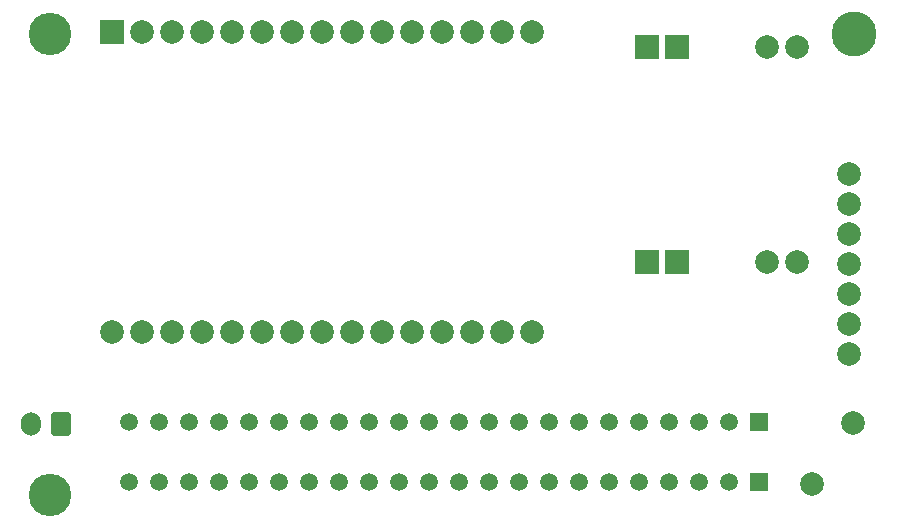
<source format=gbr>
%TF.GenerationSoftware,KiCad,Pcbnew,7.0.6*%
%TF.CreationDate,2023-07-22T23:51:01+02:00*%
%TF.ProjectId,Ctrl-MC Dsiplay Module PCB ver1,4374726c-2d4d-4432-9044-7369706c6179,rev?*%
%TF.SameCoordinates,Original*%
%TF.FileFunction,Soldermask,Bot*%
%TF.FilePolarity,Negative*%
%FSLAX46Y46*%
G04 Gerber Fmt 4.6, Leading zero omitted, Abs format (unit mm)*
G04 Created by KiCad (PCBNEW 7.0.6) date 2023-07-22 23:51:01*
%MOMM*%
%LPD*%
G01*
G04 APERTURE LIST*
G04 Aperture macros list*
%AMRoundRect*
0 Rectangle with rounded corners*
0 $1 Rounding radius*
0 $2 $3 $4 $5 $6 $7 $8 $9 X,Y pos of 4 corners*
0 Add a 4 corners polygon primitive as box body*
4,1,4,$2,$3,$4,$5,$6,$7,$8,$9,$2,$3,0*
0 Add four circle primitives for the rounded corners*
1,1,$1+$1,$2,$3*
1,1,$1+$1,$4,$5*
1,1,$1+$1,$6,$7*
1,1,$1+$1,$8,$9*
0 Add four rect primitives between the rounded corners*
20,1,$1+$1,$2,$3,$4,$5,0*
20,1,$1+$1,$4,$5,$6,$7,0*
20,1,$1+$1,$6,$7,$8,$9,0*
20,1,$1+$1,$8,$9,$2,$3,0*%
G04 Aperture macros list end*
%ADD10C,2.000000*%
%ADD11C,3.600000*%
%ADD12C,3.800000*%
%ADD13R,2.000000X2.000000*%
%ADD14RoundRect,0.250000X0.600000X0.750000X-0.600000X0.750000X-0.600000X-0.750000X0.600000X-0.750000X0*%
%ADD15O,1.700000X2.000000*%
%ADD16R,1.508000X1.508000*%
%ADD17C,1.508000*%
G04 APERTURE END LIST*
D10*
%TO.C,J1*%
X186362443Y-104896278D03*
X182862440Y-110096278D03*
%TD*%
%TO.C,OLED-DISP-MODULE1*%
X186055000Y-83810000D03*
X186055000Y-86350000D03*
X186055000Y-88890000D03*
X186055000Y-91430000D03*
X186055000Y-93970000D03*
X186055000Y-96510000D03*
X186055000Y-99050000D03*
D11*
X118405000Y-72000000D03*
X118405000Y-111000000D03*
D12*
X186405000Y-72000000D03*
%TD*%
D10*
%TO.C,PWR-MODULE1*%
X181610000Y-73025000D03*
X179070000Y-73025000D03*
D13*
X171450000Y-73025000D03*
X168910000Y-73025000D03*
D10*
X181610000Y-91225000D03*
X179070000Y-91225000D03*
D13*
X171450000Y-91225000D03*
X168910000Y-91225000D03*
%TD*%
%TO.C,EPS32-DEV-BOARD1*%
X123600000Y-71755000D03*
D10*
X126140000Y-71755000D03*
X128680000Y-71755000D03*
X131220000Y-71755000D03*
X133760000Y-71755000D03*
X136300000Y-71755000D03*
X138840000Y-71755000D03*
X141380000Y-71755000D03*
X143920000Y-71755000D03*
X146460000Y-71755000D03*
X149000000Y-71755000D03*
X151540000Y-71755000D03*
X154080000Y-71755000D03*
X156620000Y-71755000D03*
X159160000Y-71755000D03*
X159160000Y-97155000D03*
X156620000Y-97155000D03*
X154080000Y-97155000D03*
X151540000Y-97155000D03*
X149000000Y-97155000D03*
X146460000Y-97155000D03*
X143920000Y-97155000D03*
X141380000Y-97155000D03*
X138840000Y-97155000D03*
X136300000Y-97155000D03*
X133760000Y-97155000D03*
X131220000Y-97155000D03*
X128680000Y-97155000D03*
X126140000Y-97155000D03*
X123600000Y-97155000D03*
%TD*%
D14*
%TO.C,J3*%
X119298303Y-104936813D03*
D15*
X116798303Y-104936813D03*
%TD*%
D16*
%TO.C,J2*%
X178435000Y-104775000D03*
X178435000Y-109855000D03*
D17*
X175895000Y-104775000D03*
X175895000Y-109855000D03*
X173355000Y-104775000D03*
X173355000Y-109855000D03*
X170815000Y-104775000D03*
X170815000Y-109855000D03*
X168275000Y-104775000D03*
X168275000Y-109855000D03*
X165735000Y-104775000D03*
X165735000Y-109855000D03*
X163195000Y-104775000D03*
X163195000Y-109855000D03*
X160655000Y-104775000D03*
X160655000Y-109855000D03*
X158115000Y-104775000D03*
X158115000Y-109855000D03*
X155575000Y-104775000D03*
X155575000Y-109855000D03*
X153035000Y-104775000D03*
X153035000Y-109855000D03*
X150495000Y-104775000D03*
X150495000Y-109855000D03*
X147955000Y-104775000D03*
X147955000Y-109855000D03*
X145415000Y-104775000D03*
X145415000Y-109855000D03*
X142875000Y-104775000D03*
X142875000Y-109855000D03*
X140335000Y-104775000D03*
X140335000Y-109855000D03*
X137795000Y-104775000D03*
X137795000Y-109855000D03*
X135255000Y-104775000D03*
X135255000Y-109855000D03*
X132715000Y-104775000D03*
X132715000Y-109855000D03*
X130175000Y-104775000D03*
X130175000Y-109855000D03*
X127635000Y-104775000D03*
X127635000Y-109855000D03*
X125095000Y-104775000D03*
X125095000Y-109855000D03*
%TD*%
M02*

</source>
